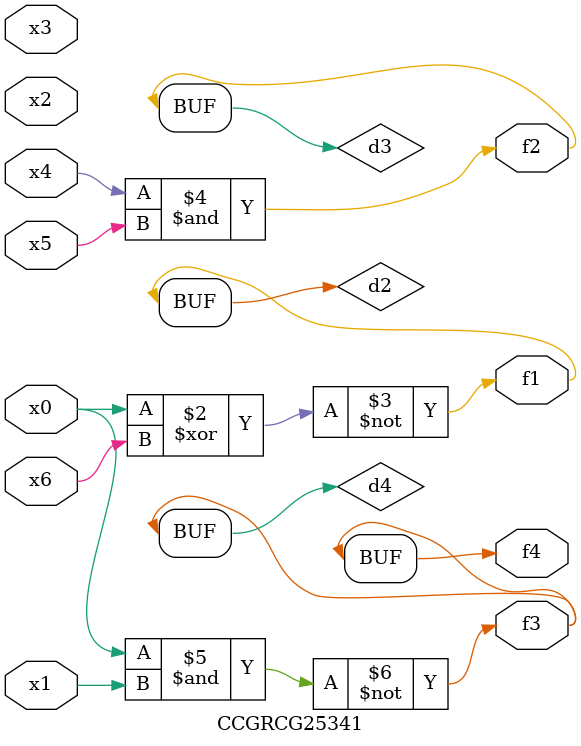
<source format=v>
module CCGRCG25341(
	input x0, x1, x2, x3, x4, x5, x6,
	output f1, f2, f3, f4
);

	wire d1, d2, d3, d4;

	nor (d1, x0);
	xnor (d2, x0, x6);
	and (d3, x4, x5);
	nand (d4, x0, x1);
	assign f1 = d2;
	assign f2 = d3;
	assign f3 = d4;
	assign f4 = d4;
endmodule

</source>
